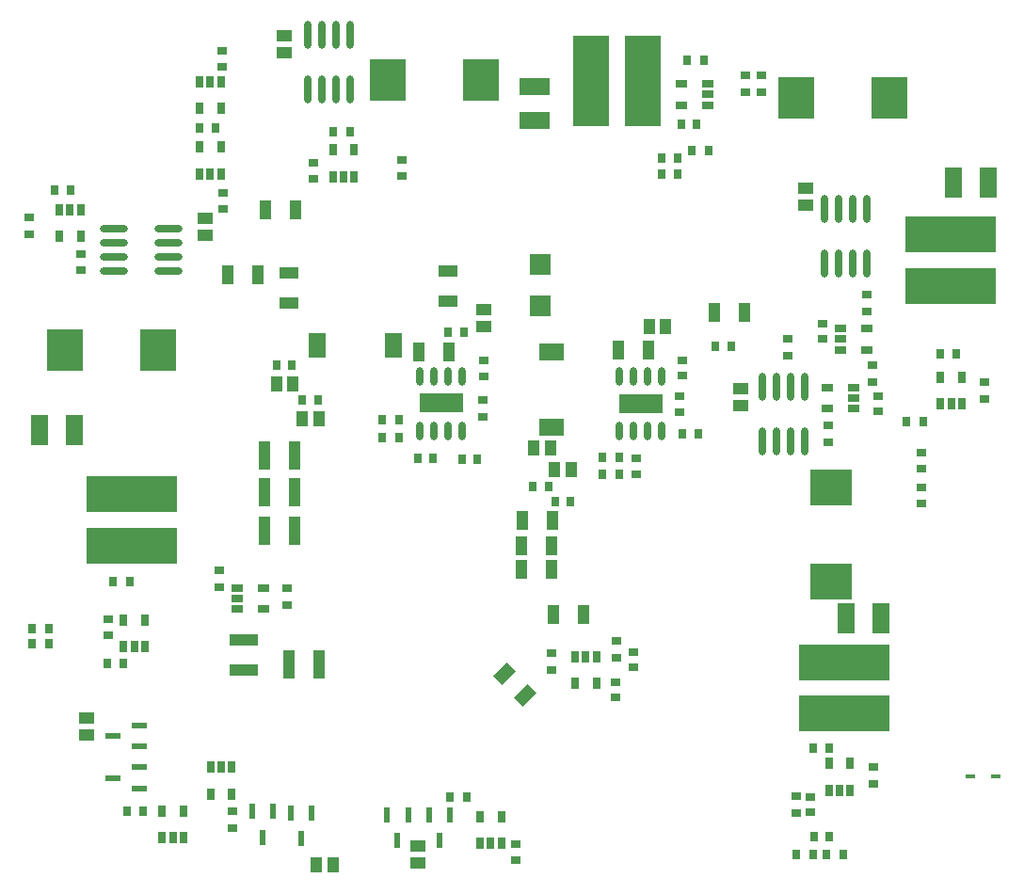
<source format=gbr>
%TF.GenerationSoftware,Altium Limited,Altium Designer,18.1.7 (191)*%
G04 Layer_Color=8421504*
%FSLAX43Y43*%
%MOMM*%
%TF.FileFunction,Paste,Top*%
%TF.Part,Single*%
G01*
G75*
%TA.AperFunction,SMDPad,CuDef*%
%ADD11R,3.300X8.200*%
%ADD12R,3.300X3.700*%
%ADD13R,1.700X1.100*%
%ADD14R,8.200X3.300*%
%ADD15R,1.450X0.600*%
%ADD16R,0.900X0.700*%
%ADD17R,4.000X1.750*%
%ADD18O,0.700X1.700*%
%ADD19R,0.600X1.450*%
%ADD20R,0.650X1.100*%
%ADD21R,1.100X1.400*%
%ADD22R,1.950X1.900*%
%ADD23R,0.700X0.900*%
%ADD24R,0.900X0.800*%
%ADD25R,0.800X0.900*%
%ADD26O,0.700X2.500*%
%ADD27O,2.500X0.700*%
%ADD28R,1.100X0.650*%
%ADD29R,3.700X3.300*%
%ADD30R,1.400X1.100*%
%ADD31R,1.100X2.600*%
%ADD32R,1.500X2.800*%
%ADD33R,2.800X1.500*%
%ADD34R,1.600X2.200*%
%ADD35R,2.200X1.600*%
%ADD36R,0.850X0.450*%
%ADD37R,1.100X1.700*%
G04:AMPARAMS|DCode=38|XSize=1.7mm|YSize=1.1mm|CornerRadius=0mm|HoleSize=0mm|Usage=FLASHONLY|Rotation=45.000|XOffset=0mm|YOffset=0mm|HoleType=Round|Shape=Rectangle|*
%AMROTATEDRECTD38*
4,1,4,-0.212,-0.990,-0.990,-0.212,0.212,0.990,0.990,0.212,-0.212,-0.990,0.0*
%
%ADD38ROTATEDRECTD38*%

%ADD39R,2.600X1.100*%
D11*
X53975Y79300D02*
D03*
X58575D02*
D03*
D12*
X72417Y77744D02*
D03*
X80817D02*
D03*
X6600Y55075D02*
D03*
X15000D02*
D03*
X44075Y79425D02*
D03*
X35675D02*
D03*
D13*
X26775Y59325D02*
D03*
Y62025D02*
D03*
X41050Y62175D02*
D03*
Y59475D02*
D03*
D14*
X76750Y22425D02*
D03*
Y27025D02*
D03*
X12675Y37500D02*
D03*
Y42100D02*
D03*
X86325Y65475D02*
D03*
Y60875D02*
D03*
D15*
X10950Y20400D02*
D03*
X13300Y21350D02*
D03*
Y19450D02*
D03*
X10950Y16600D02*
D03*
X13300Y17550D02*
D03*
Y15650D02*
D03*
D16*
X26625Y32175D02*
D03*
Y33675D02*
D03*
X21675Y12125D02*
D03*
Y13625D02*
D03*
X47175Y9175D02*
D03*
Y10675D02*
D03*
X50425Y27825D02*
D03*
Y26325D02*
D03*
X56225Y28950D02*
D03*
Y27450D02*
D03*
X20875Y67775D02*
D03*
Y69275D02*
D03*
X20500Y35250D02*
D03*
Y33750D02*
D03*
X20750Y80550D02*
D03*
Y82050D02*
D03*
X75250Y48325D02*
D03*
Y46825D02*
D03*
X72375Y13450D02*
D03*
Y14950D02*
D03*
X79250Y52200D02*
D03*
Y53700D02*
D03*
X79350Y16050D02*
D03*
Y17550D02*
D03*
X36925Y70725D02*
D03*
Y72225D02*
D03*
X69300Y79825D02*
D03*
Y78325D02*
D03*
X67825Y78325D02*
D03*
Y79825D02*
D03*
X8050Y63750D02*
D03*
Y62250D02*
D03*
X3425Y67025D02*
D03*
Y65525D02*
D03*
X78750Y58550D02*
D03*
Y60050D02*
D03*
X71625Y54600D02*
D03*
Y56100D02*
D03*
X83700Y41275D02*
D03*
Y42775D02*
D03*
Y44400D02*
D03*
Y45900D02*
D03*
X89375Y50725D02*
D03*
Y52225D02*
D03*
X44225Y49125D02*
D03*
Y50625D02*
D03*
X61950Y49475D02*
D03*
Y50975D02*
D03*
D17*
X58450Y50300D02*
D03*
X40450Y50325D02*
D03*
D18*
X56517Y47790D02*
D03*
X57787D02*
D03*
X59057D02*
D03*
X60327D02*
D03*
X56517Y52740D02*
D03*
X57787D02*
D03*
X59057D02*
D03*
X60327D02*
D03*
X42327Y52765D02*
D03*
X41057D02*
D03*
X39787D02*
D03*
X38517D02*
D03*
X42327Y47815D02*
D03*
X41057D02*
D03*
X39787D02*
D03*
X38517D02*
D03*
D19*
X28825Y13475D02*
D03*
X26925D02*
D03*
X27875Y11125D02*
D03*
X37500Y13300D02*
D03*
X35600D02*
D03*
X36550Y10950D02*
D03*
X25375Y13600D02*
D03*
X23475D02*
D03*
X24425Y11250D02*
D03*
X41275Y13300D02*
D03*
X39375D02*
D03*
X40325Y10950D02*
D03*
D20*
X21650Y15175D02*
D03*
X19750D02*
D03*
Y17575D02*
D03*
X20700D02*
D03*
X21650D02*
D03*
X20650Y76825D02*
D03*
X18750D02*
D03*
Y79225D02*
D03*
X19700D02*
D03*
X20650D02*
D03*
X18750Y73350D02*
D03*
X20650D02*
D03*
Y70950D02*
D03*
X19700D02*
D03*
X18750D02*
D03*
X75350Y17900D02*
D03*
X77250D02*
D03*
Y15500D02*
D03*
X76300D02*
D03*
X75350D02*
D03*
X11900Y30825D02*
D03*
X13800D02*
D03*
Y28425D02*
D03*
X12850D02*
D03*
X11900D02*
D03*
X85400Y52650D02*
D03*
X87300D02*
D03*
Y50250D02*
D03*
X86350D02*
D03*
X85400D02*
D03*
X30725Y70700D02*
D03*
X31675D02*
D03*
X32625D02*
D03*
Y73100D02*
D03*
X30725D02*
D03*
X8025Y67750D02*
D03*
X7075D02*
D03*
X6125D02*
D03*
Y65350D02*
D03*
X8025D02*
D03*
X43975Y10700D02*
D03*
X44925D02*
D03*
X45875D02*
D03*
Y13100D02*
D03*
X43975D02*
D03*
X54425Y25100D02*
D03*
X52525D02*
D03*
Y27500D02*
D03*
X53475D02*
D03*
X54425D02*
D03*
X15375Y13600D02*
D03*
X17275D02*
D03*
Y11200D02*
D03*
X16325D02*
D03*
X15375D02*
D03*
D21*
X30725Y8775D02*
D03*
X29225D02*
D03*
X48800Y46275D02*
D03*
X50300D02*
D03*
X25650Y52050D02*
D03*
X27150D02*
D03*
X60675Y57200D02*
D03*
X59175D02*
D03*
X28000Y48875D02*
D03*
X29500D02*
D03*
X52150Y44325D02*
D03*
X50650D02*
D03*
D22*
X49350Y62825D02*
D03*
Y59075D02*
D03*
D23*
X35175Y47250D02*
D03*
X36675D02*
D03*
X36650Y48800D02*
D03*
X35150D02*
D03*
X55000Y45450D02*
D03*
X56500D02*
D03*
Y43925D02*
D03*
X55000D02*
D03*
X41275Y14900D02*
D03*
X42775D02*
D03*
X72400Y9675D02*
D03*
X73900D02*
D03*
X75150D02*
D03*
X76650D02*
D03*
X64100Y81200D02*
D03*
X62600D02*
D03*
X10400Y26875D02*
D03*
X11900D02*
D03*
X10950Y34300D02*
D03*
X12450D02*
D03*
X82325Y48700D02*
D03*
X83825D02*
D03*
X3700Y30075D02*
D03*
X5200D02*
D03*
Y28675D02*
D03*
X3700D02*
D03*
X64525Y73025D02*
D03*
X63025D02*
D03*
X32275Y74700D02*
D03*
X30775D02*
D03*
X18700Y75100D02*
D03*
X20200D02*
D03*
X13675Y13575D02*
D03*
X12175D02*
D03*
X60275Y70900D02*
D03*
X61775D02*
D03*
X60275Y72350D02*
D03*
X61775D02*
D03*
D24*
X58025Y45325D02*
D03*
Y43925D02*
D03*
X62150Y52775D02*
D03*
Y54175D02*
D03*
X44300Y52750D02*
D03*
Y54150D02*
D03*
X79750Y49550D02*
D03*
Y50950D02*
D03*
X10475Y29450D02*
D03*
Y30850D02*
D03*
X74750Y57475D02*
D03*
Y56075D02*
D03*
X28975Y70525D02*
D03*
Y71925D02*
D03*
X73675Y13500D02*
D03*
Y14900D02*
D03*
X57800Y26550D02*
D03*
Y27950D02*
D03*
X56150Y25225D02*
D03*
Y23825D02*
D03*
D25*
X63600Y47600D02*
D03*
X62200D02*
D03*
X39750Y45325D02*
D03*
X38350D02*
D03*
X43725Y45250D02*
D03*
X42325D02*
D03*
X63475Y75450D02*
D03*
X62075D02*
D03*
X73950Y19300D02*
D03*
X75350D02*
D03*
X86800Y54725D02*
D03*
X85400D02*
D03*
X5700Y69500D02*
D03*
X7100D02*
D03*
X75400Y11325D02*
D03*
X74000D02*
D03*
X65150Y55475D02*
D03*
X66550D02*
D03*
X41100Y56675D02*
D03*
X42500D02*
D03*
X27050Y53775D02*
D03*
X25650D02*
D03*
X28000Y50600D02*
D03*
X29400D02*
D03*
X50725Y41450D02*
D03*
X52125D02*
D03*
X50100Y42800D02*
D03*
X48700D02*
D03*
D26*
X78780Y67800D02*
D03*
X77510D02*
D03*
X76240D02*
D03*
X74970D02*
D03*
X78780Y62900D02*
D03*
X77510D02*
D03*
X76240D02*
D03*
X74970D02*
D03*
X73130Y51800D02*
D03*
X71860D02*
D03*
X70590D02*
D03*
X69320D02*
D03*
X73130Y46900D02*
D03*
X71860D02*
D03*
X70590D02*
D03*
X69320D02*
D03*
X32255Y83475D02*
D03*
X30985D02*
D03*
X29715D02*
D03*
X28445D02*
D03*
X32255Y78575D02*
D03*
X30985D02*
D03*
X29715D02*
D03*
X28445D02*
D03*
D27*
X15925Y62195D02*
D03*
Y63465D02*
D03*
Y64735D02*
D03*
Y66005D02*
D03*
X11025Y62195D02*
D03*
Y63465D02*
D03*
Y64735D02*
D03*
Y66005D02*
D03*
D28*
X78775Y57025D02*
D03*
Y55125D02*
D03*
X76375D02*
D03*
Y56075D02*
D03*
Y57025D02*
D03*
X62075Y77150D02*
D03*
Y79050D02*
D03*
X64475D02*
D03*
Y78100D02*
D03*
Y77150D02*
D03*
X77600Y49850D02*
D03*
Y50800D02*
D03*
Y51750D02*
D03*
X75200D02*
D03*
Y49850D02*
D03*
X22100Y33675D02*
D03*
Y32725D02*
D03*
Y31775D02*
D03*
X24500D02*
D03*
Y33675D02*
D03*
D29*
X75500Y34300D02*
D03*
Y42700D02*
D03*
D30*
X38350Y8975D02*
D03*
Y10475D02*
D03*
X26325Y81875D02*
D03*
Y83375D02*
D03*
X67375Y50100D02*
D03*
Y51600D02*
D03*
X73225Y69675D02*
D03*
Y68175D02*
D03*
X19200Y66950D02*
D03*
Y65450D02*
D03*
X8570Y20475D02*
D03*
Y21975D02*
D03*
X44300Y57250D02*
D03*
Y58750D02*
D03*
D31*
X26775Y26775D02*
D03*
X29475D02*
D03*
X27250Y45575D02*
D03*
X24550D02*
D03*
X27275Y42300D02*
D03*
X24575D02*
D03*
X27275Y38875D02*
D03*
X24575D02*
D03*
D32*
X76925Y30950D02*
D03*
X80025D02*
D03*
X7475Y47900D02*
D03*
X4375D02*
D03*
X86565Y70150D02*
D03*
X89665D02*
D03*
D33*
X48875Y78825D02*
D03*
Y75725D02*
D03*
D34*
X36150Y55550D02*
D03*
X29350D02*
D03*
D35*
X50425Y54925D02*
D03*
Y48125D02*
D03*
D36*
X88075Y16775D02*
D03*
X90325D02*
D03*
D37*
X27325Y67725D02*
D03*
X24625D02*
D03*
X56400Y55125D02*
D03*
X59100D02*
D03*
X67725Y58450D02*
D03*
X65025D02*
D03*
X38437Y54950D02*
D03*
X41137D02*
D03*
X21275Y61875D02*
D03*
X23975D02*
D03*
X47750Y39750D02*
D03*
X50450D02*
D03*
X47725Y37500D02*
D03*
X50425D02*
D03*
X47700Y35375D02*
D03*
X50400D02*
D03*
X50575Y31325D02*
D03*
X53275D02*
D03*
D38*
X46145Y25930D02*
D03*
X48055Y24020D02*
D03*
D39*
X22675Y29000D02*
D03*
Y26300D02*
D03*
%TF.MD5,0fb6c879762a6563dfd7c65fe5c9b4c0*%
M02*

</source>
